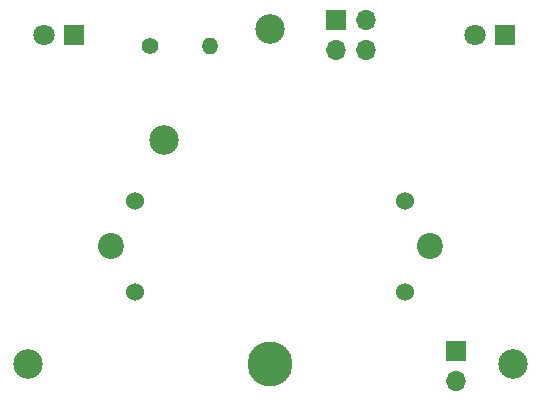
<source format=gbr>
%TF.GenerationSoftware,KiCad,Pcbnew,(6.0.11-0)*%
%TF.CreationDate,2023-11-06T17:50:52+10:00*%
%TF.ProjectId,GAUGE_Analog Instruments-12v,47415547-455f-4416-9e61-6c6f6720496e,rev?*%
%TF.SameCoordinates,Original*%
%TF.FileFunction,Soldermask,Top*%
%TF.FilePolarity,Negative*%
%FSLAX46Y46*%
G04 Gerber Fmt 4.6, Leading zero omitted, Abs format (unit mm)*
G04 Created by KiCad (PCBNEW (6.0.11-0)) date 2023-11-06 17:50:52*
%MOMM*%
%LPD*%
G01*
G04 APERTURE LIST*
%ADD10C,2.500000*%
%ADD11C,2.200000*%
%ADD12C,3.800000*%
%ADD13C,1.524000*%
%ADD14R,1.700000X1.700000*%
%ADD15O,1.700000X1.700000*%
%ADD16C,1.400000*%
%ADD17O,1.400000X1.400000*%
%ADD18R,1.800000X1.800000*%
%ADD19C,1.800000*%
G04 APERTURE END LIST*
D10*
%TO.C,H3*%
X179937800Y-78484600D03*
%TD*%
%TO.C,M1*%
X170937800Y-87868000D03*
D11*
X193437800Y-96868000D03*
D12*
X179937800Y-106868000D03*
D11*
X166437800Y-96868000D03*
D13*
X168512800Y-93018000D03*
X168512800Y-100718000D03*
X191362800Y-100718000D03*
X191362800Y-93018000D03*
%TD*%
D10*
%TO.C,H1*%
X159384300Y-106868000D03*
%TD*%
%TO.C,H2*%
X200491300Y-106868000D03*
%TD*%
D14*
%TO.C,J2*%
X185530500Y-77717600D03*
D15*
X188070500Y-77717600D03*
X185530500Y-80257600D03*
X188070500Y-80257600D03*
%TD*%
D14*
%TO.C,J1*%
X195690500Y-105789600D03*
D15*
X195690500Y-108329600D03*
%TD*%
D16*
%TO.C,R1*%
X169775500Y-79934600D03*
D17*
X174855500Y-79934600D03*
%TD*%
D18*
%TO.C,D1*%
X163290500Y-78984600D03*
D19*
X160750500Y-78984600D03*
%TD*%
D18*
%TO.C,D2*%
X199790500Y-78984600D03*
D19*
X197250500Y-78984600D03*
%TD*%
M02*

</source>
